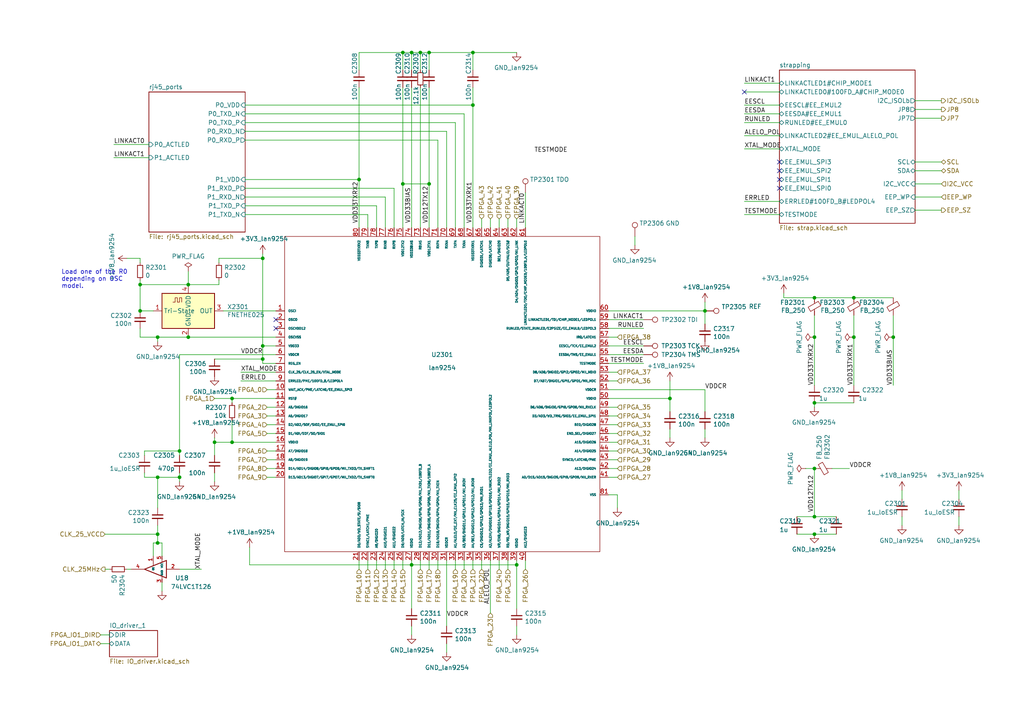
<source format=kicad_sch>
(kicad_sch (version 20230121) (generator eeschema)
  (paper "A4")
  (lib_symbols
    (symbol "Connector:TestPoint" (pin_numbers hide) (pin_names (offset 0.762) hide)
      (property "Reference" "TP" (at 0 6.858 0))
      (property "Value" "TestPoint" (at 0 5.08 0))
      (symbol "TestPoint_0_1"
        (circle (center 0 3.302) (radius 0.762))
      )
      (symbol "TestPoint_1_1"
        (pin passive line (at 0 0 90) (length 2.54) (name "1") (number "1"))
      )
    )
    (symbol "Device:C_Small" (pin_numbers hide) (pin_names (offset 0.254) hide)
      (property "Reference" "C" (at 0.254 1.778 0))
      (property "Value" "C_Small" (at 0.254 -2.032 0))
      (symbol "C_Small_0_1"
        (polyline (pts (xy -1.524 -0.508) (xy 1.524 -0.508)) (stroke (width 0.3302)))
        (polyline (pts (xy -1.524 0.508) (xy 1.524 0.508)) (stroke (width 0.3048)))
      )
      (symbol "C_Small_1_1"
        (pin passive line (at 0 2.54 270) (length 2.032) (name "~") (number "1"))
        (pin passive line (at 0 -2.54 90) (length 2.032) (name "~") (number "2"))
      )
    )
    (symbol "Device:Ferrite_Bead_Small" (pin_numbers hide) (pin_names (offset 0))
      (property "Reference" "FB" (at 1.905 1.27 0))
      (property "Value" "Device_Ferrite_Bead_Small" (at 1.905 -1.27 0))
      (symbol "Ferrite_Bead_Small_0_1"
        (polyline (pts (xy 0 -1.27) (xy 0 -0.7874)))
        (polyline (pts (xy 0 0.889) (xy 0 1.2954)))
        (polyline (pts (xy -1.8288 0.2794) (xy -1.1176 1.4986) (xy 1.8288 -0.2032) (xy 1.1176 -1.4224) (xy -1.8288 0.2794)))
      )
      (symbol "Ferrite_Bead_Small_1_1"
        (pin passive line (at 0 2.54 270) (length 1.27) (name "~") (number "1"))
        (pin passive line (at 0 -2.54 90) (length 1.27) (name "~") (number "2"))
      )
    )
    (symbol "Device:R_Small" (pin_numbers hide) (pin_names (offset 0.254) hide)
      (property "Reference" "R" (at 0.762 0.508 0))
      (property "Value" "R_Small" (at 0.762 -1.016 0))
      (symbol "R_Small_0_1"
        (rectangle (start -0.762 1.778) (end 0.762 -1.778) (stroke (width 0.2032)))
      )
      (symbol "R_Small_1_1"
        (pin passive line (at 0 2.54 270) (length 0.762) (name "~") (number "1"))
        (pin passive line (at 0 -2.54 90) (length 0.762) (name "~") (number "2"))
      )
    )
    (symbol "fmc:74LVC1G126" (pin_names (offset 1.016))
      (property "Reference" "U" (at -7.62 6.604 0))
      (property "Value" "fmc_74LVC1G126" (at 3.556 -4.064 0))
      (symbol "74LVC1G126_0_1"
        (rectangle (start -2.54 -2.032) (end -2.54 -3.048))
        (rectangle (start -2.54 3.048) (end -2.54 2.032))
        (polyline (pts (xy -3.81 2.54) (xy -3.81 -2.54) (xy 2.54 0) (xy -3.81 2.54)) (stroke (width 0.254)))
        (rectangle (start 0 1.778) (end 0 1.016))
      )
      (symbol "74LVC1G126_1_1"
        (pin input line (at 0 3.81 270) (length 2.032) (name "OE") (number "1"))
        (pin input line (at -7.62 0 0) (length 3.81) (name "~") (number "2"))
        (pin power_in line (at -2.54 -3.81 90) (length 0.889) (name "GND") (number "3"))
        (pin tri_state line (at 6.35 0 180) (length 3.81) (name "~") (number "4"))
        (pin power_in line (at -2.54 3.81 270) (length 0.889) (name "VCC") (number "5"))
      )
    )
    (symbol "fmc:FNETHE025"
      (property "Reference" "X" (at -5.08 6.35 0))
      (property "Value" "fmc_FNETHE025" (at 1.27 -6.35 0))
      (symbol "FNETHE025_0_1"
        (rectangle (start -7.62 5.08) (end 7.62 -5.08) (stroke (width 0.254)) (fill (type background)))
        (polyline (pts (xy -4.445 2.54) (xy -3.81 2.54) (xy -3.81 3.81) (xy -3.175 3.81) (xy -3.175 2.54) (xy -2.54 2.54) (xy -2.54 3.81) (xy -1.905 3.81) (xy -1.905 2.54)))
      )
      (symbol "FNETHE025_1_1"
        (pin input line (at -10.16 0 0) (length 2.54) (name "Tri-State") (number "1"))
        (pin power_in line (at 0 -7.62 90) (length 2.54) (name "GND") (number "2"))
        (pin output line (at 10.16 0 180) (length 2.54) (name "OUT") (number "3"))
        (pin power_in line (at 0 7.62 270) (length 2.54) (name "VDD") (number "4"))
      )
    )
    (symbol "fmc:lan9254" (pin_names (offset 1.016))
      (property "Reference" "U" (at 0 2.54 0))
      (property "Value" "fmc_lan9254" (at 0 -2.54 0))
      (symbol "lan9254_0_1"
        (rectangle (start -45.72 45.72) (end 45.72 -45.72))
      )
      (symbol "lan9254_1_1"
        (pin input line (at -48.26 24.13 0) (length 2.54) (name "OSCI") (number "1"))
        (pin bidirectional line (at -48.26 1.27 0) (length 2.54) (name "WAIT_ACK/PME/LATCH0/EE_EMUL_SPI3") (number "10"))
        (pin input line (at -48.26 -1.27 0) (length 2.54) (name "RST#") (number "11"))
        (pin bidirectional line (at -48.26 -3.81 0) (length 2.54) (name "A5/DIGIO16") (number "12"))
        (pin bidirectional line (at -48.26 -6.35 0) (length 2.54) (name "A6/DIGIO17") (number "13"))
        (pin bidirectional line (at -48.26 -8.89 0) (length 2.54) (name "D2/AD2/SOF/SIO2/EE_EMUL_SPI0") (number "14"))
        (pin bidirectional line (at -48.26 -11.43 0) (length 2.54) (name "D1/ADI/EOF/SO/SIO1") (number "15"))
        (pin power_in line (at -48.26 -13.97 0) (length 2.54) (name "VDDIO") (number "16"))
        (pin bidirectional line (at -48.26 -16.51 0) (length 2.54) (name "A7/DIGIO18") (number "17"))
        (pin bidirectional line (at -48.26 -19.05 0) (length 2.54) (name "A8/DIGIO19") (number "18"))
        (pin bidirectional line (at -48.26 -21.59 0) (length 2.54) (name "D14/AD14/DIGIO8/GPI8/GPO8/MII_TXD3/TX_SHIFT1") (number "19"))
        (pin output line (at -48.26 21.59 0) (length 2.54) (name "OSCO") (number "2"))
        (pin bidirectional line (at -48.26 -24.13 0) (length 2.54) (name "D13/AD13/DIGIO7/GPI7/GPO7/MII_TXD2/TX_SHIFT0") (number "20"))
        (pin bidirectional line (at -24.13 -48.26 90) (length 2.54) (name "D0/AD0/WD_STATE/SI/SIO0") (number "21"))
        (pin bidirectional line (at -21.59 -48.26 90) (length 2.54) (name "SYNC1/LATCH1/PME") (number "22"))
        (pin bidirectional line (at -19.05 -48.26 90) (length 2.54) (name "A9/DIGIO20") (number "23"))
        (pin bidirectional line (at -16.51 -48.26 90) (length 2.54) (name "A10/DIGIO21") (number "24"))
        (pin bidirectional line (at -13.97 -48.26 90) (length 2.54) (name "A11/DIGIO22") (number "25"))
        (pin bidirectional line (at -11.43 -48.26 90) (length 2.54) (name "D9/AD9/LATCH_IN/SCK") (number "26"))
        (pin power_in line (at -8.89 -48.26 90) (length 2.54) (name "VDDIO") (number "27"))
        (pin bidirectional line (at -6.35 -48.26 90) (length 2.54) (name "D12/AD12/DIGIO6/GPI6/GPO6/MII_TXD1/100FD_B") (number "28"))
        (pin bidirectional line (at -3.81 -48.26 90) (length 2.54) (name "D11/AD11/DIGIO5/GPI5/GPO5/MII_TXD0/100FD_A") (number "29"))
        (pin power_out line (at -48.26 19.05 0) (length 2.54) (name "OSCVDD12") (number "3"))
        (pin bidirectional line (at -1.27 -48.26 90) (length 2.54) (name "D10/AD10/DIGIO4/GPI4/GPO4/MII_TXEN") (number "30"))
        (pin power_in line (at 1.27 -48.26 90) (length 2.54) (name "VDDCR") (number "31"))
        (pin bidirectional line (at 3.81 -48.26 90) (length 2.54) (name "A1/ALELO/OE_EXT/MII_CLK25/EE_EMUL_SPI2") (number "32"))
        (pin bidirectional line (at 6.35 -48.26 90) (length 2.54) (name "A3/BE0/DIGIO11/GPI11/GPO11/MII_RXDV") (number "33"))
        (pin bidirectional line (at 8.89 -48.26 90) (length 2.54) (name "A4/BE1/DIGIO12/GPI12/GPO12/MII_RXD0") (number "34"))
        (pin bidirectional line (at 11.43 -48.26 90) (length 2.54) (name "CS/DIGIO13/GPI13/GPO13/MII_RXD1") (number "35"))
        (pin bidirectional line (at 13.97 -48.26 90) (length 2.54) (name "A2/ALEHI/DIGIO10/GPI10/GPO10/LINKACTLED2/EE_EMUL_ALELO_POL/MII_LINKPOL/LEDPOL2") (number "36"))
        (pin bidirectional line (at 16.51 -48.26 90) (length 2.54) (name "WR/ENB/DIGIO14/GPI14/GPO14/MII_RXD2") (number "37"))
        (pin bidirectional line (at 19.05 -48.26 90) (length 2.54) (name "RD/RD_WR/DIGIO15/GPI15/GPO15/MII_RXD3") (number "38"))
        (pin power_in line (at 21.59 -48.26 90) (length 2.54) (name "VDDIO") (number "39"))
        (pin power_in line (at -48.26 16.51 0) (length 2.54) (name "OSCVSS") (number "4"))
        (pin bidirectional line (at 24.13 -48.26 90) (length 2.54) (name "A12/DIGIO23") (number "40"))
        (pin bidirectional line (at 48.26 -24.13 180) (length 2.54) (name "A0/D15/AD15/DIGIO9/GPI9/GPO9/MII_RXER") (number "41"))
        (pin bidirectional line (at 48.26 -21.59 180) (length 2.54) (name "A13/DIGIO24") (number "42"))
        (pin bidirectional line (at 48.26 -19.05 180) (length 2.54) (name "SYNC0/LATCH0/PME") (number "43"))
        (pin bidirectional line (at 48.26 -16.51 180) (length 2.54) (name "A14/DIGIO25") (number "44"))
        (pin bidirectional line (at 48.26 -13.97 180) (length 2.54) (name "A15/DIGIO26") (number "45"))
        (pin bidirectional line (at 48.26 -11.43 180) (length 2.54) (name "END_SEL/DIGIO27") (number "46"))
        (pin bidirectional line (at 48.26 -8.89 180) (length 2.54) (name "BE0/DIGIO28") (number "47"))
        (pin bidirectional line (at 48.26 -6.35 180) (length 2.54) (name "D3/AD3/WD_TRIG/SIO3/EE_EMUL_SPI1") (number "48"))
        (pin bidirectional line (at 48.26 -3.81 180) (length 2.54) (name "D6/AD6/DIGIO0/GPI0/GPO0/MII_RXCLK") (number "49"))
        (pin power_in line (at -48.26 13.97 0) (length 2.54) (name "VDD33") (number "5"))
        (pin power_in line (at 48.26 -1.27 180) (length 2.54) (name "VDDIO") (number "50"))
        (pin power_in line (at 48.26 1.27 180) (length 2.54) (name "VDDCR") (number "51"))
        (pin bidirectional line (at 48.26 3.81 180) (length 2.54) (name "D7/AD7/DIGIO1/GPI1/GPO1/MII_MDC") (number "52"))
        (pin bidirectional line (at 48.26 6.35 180) (length 2.54) (name "D8/AD8/DIGIO2/GPI2/GPO2/MII_MDIO") (number "53"))
        (pin input line (at 48.26 8.89 180) (length 2.54) (name "TESTMODE") (number "54"))
        (pin bidirectional line (at 48.26 11.43 180) (length 2.54) (name "EESDA/TMS/EE_EMUL1") (number "55"))
        (pin bidirectional line (at 48.26 13.97 180) (length 2.54) (name "EESCL/TCK/EE_EMUL2") (number "56"))
        (pin bidirectional line (at 48.26 16.51 180) (length 2.54) (name "IRQ/LATCH1") (number "57"))
        (pin bidirectional line (at 48.26 19.05 180) (length 2.54) (name "RUNLED/STATE_RUNLED/E2PSIZE/EE_EMUL0/LEDPOL3") (number "58"))
        (pin bidirectional line (at 48.26 21.59 180) (length 2.54) (name "LINKACTLED1/TDI/CHIP_MODE1/LEDPOL1") (number "59"))
        (pin power_out line (at -48.26 11.43 0) (length 2.54) (name "VDDCR") (number "6"))
        (pin power_in line (at 48.26 24.13 180) (length 2.54) (name "VDDIO") (number "60"))
        (pin bidirectional line (at 24.13 48.26 270) (length 2.54) (name "LINKACTLED0/TDO/CHIP_MODE0/100FD_A/LEDPOL0") (number "61"))
        (pin bidirectional line (at 21.59 48.26 270) (length 2.54) (name "D4/AD4/DIGIO3/GPI3/GPO3/MII_LINK") (number "62"))
        (pin bidirectional line (at 19.05 48.26 270) (length 2.54) (name "D5/AD5/OUTVALID/SCS#") (number "63"))
        (pin bidirectional line (at 16.51 48.26 270) (length 2.54) (name "BE1/DIGIO29") (number "64"))
        (pin bidirectional line (at 13.97 48.26 270) (length 2.54) (name "DIGIO30/LATCH0") (number "65"))
        (pin bidirectional line (at 11.43 48.26 270) (length 2.54) (name "DIGIO31/LATCH1") (number "66"))
        (pin power_in line (at 8.89 48.26 270) (length 2.54) (name "VDD33TXRX1") (number "67"))
        (pin output line (at 6.35 48.26 270) (length 2.54) (name "TXNA") (number "68"))
        (pin output line (at 3.81 48.26 270) (length 2.54) (name "TXPA") (number "69"))
        (pin input line (at -48.26 8.89 0) (length 2.54) (name "REG_EN") (number "7"))
        (pin input line (at 1.27 48.26 270) (length 2.54) (name "RXNA") (number "70"))
        (pin input line (at -1.27 48.26 270) (length 2.54) (name "RXPA") (number "71"))
        (pin power_in line (at -3.81 48.26 270) (length 2.54) (name "VDD12TX1") (number "72"))
        (pin input line (at -6.35 48.26 270) (length 2.54) (name "RBIAS") (number "73"))
        (pin power_in line (at -8.89 48.26 270) (length 2.54) (name "VDD33BIAS") (number "74"))
        (pin power_in line (at -11.43 48.26 270) (length 2.54) (name "VDD12TX2") (number "75"))
        (pin input line (at -13.97 48.26 270) (length 2.54) (name "RXPB") (number "76"))
        (pin input line (at -16.51 48.26 270) (length 2.54) (name "RXNB") (number "77"))
        (pin output line (at -19.05 48.26 270) (length 2.54) (name "TXPB") (number "78"))
        (pin output line (at -21.59 48.26 270) (length 2.54) (name "TXNB") (number "79"))
        (pin bidirectional line (at -48.26 6.35 0) (length 2.54) (name "CLK_25/CLK_25_EN/XTAL_MODE") (number "8"))
        (pin power_in line (at -24.13 48.26 270) (length 2.54) (name "VDD33TXRX2") (number "80"))
        (pin power_in line (at 48.26 -29.21 180) (length 2.54) (name "VSS") (number "81"))
        (pin bidirectional line (at -48.26 3.81 0) (length 2.54) (name "ERRLED/PME/100FD_B/LEDPOL4") (number "9"))
      )
    )
    (symbol "lan9254_project:+1V8" (power) (pin_names (offset 0))
      (property "Value" "+1V8" (at 0 3.556 0))
      (symbol "+1V8_0_1"
        (polyline (pts (xy -0.762 1.27) (xy 0 2.54)))
        (polyline (pts (xy 0 0) (xy 0 2.54)))
        (polyline (pts (xy 0 2.54) (xy 0.762 1.27)))
      )
      (symbol "+1V8_1_1"
        (pin power_in line (at 0 0 90) (length 0) hide (name "+1V8_lan9254") (number "1"))
      )
    )
    (symbol "lan9254_project:+3V3" (power) (pin_names (offset 0))
      (property "Value" "+3V3" (at 0 3.556 0))
      (symbol "+3V3_0_1"
        (polyline (pts (xy -0.762 1.27) (xy 0 2.54)))
        (polyline (pts (xy 0 0) (xy 0 2.54)))
        (polyline (pts (xy 0 2.54) (xy 0.762 1.27)))
      )
      (symbol "+3V3_1_1"
        (pin power_in line (at 0 0 90) (length 0) hide (name "+3V3_lan9254") (number "1"))
      )
    )
    (symbol "lan9254_project:GND" (power) (pin_names (offset 0))
      (property "Value" "GND" (at 0 -3.81 0))
      (symbol "GND_0_1"
        (polyline (pts (xy 0 0) (xy 0 -1.27) (xy 1.27 -1.27) (xy 0 -2.54) (xy -1.27 -1.27) (xy 0 -1.27)))
      )
      (symbol "GND_1_1"
        (pin power_in line (at 0 0 270) (length 0) hide (name "GND_lan9254") (number "1"))
      )
    )
    (symbol "power:PWR_FLAG" (power) (pin_numbers hide) (pin_names (offset 0) hide)
      (property "Value" "PWR_FLAG" (at 0 3.81 0))
      (symbol "PWR_FLAG_0_0"
        (pin power_out line (at 0 0 90) (length 0) (name "pwr") (number "1"))
      )
      (symbol "PWR_FLAG_0_1"
        (polyline (pts (xy 0 0) (xy 0 1.27) (xy -1.016 1.905) (xy 0 2.54) (xy 1.016 1.905) (xy 0 1.27)))
      )
    )
  )
  (junction (at 137.16 30.48))
  (junction (at 204.47 90.17))
  (junction (at 236.22 154.94))
  (junction (at 52.07 130.81))
  (junction (at 236.22 135.89))
  (junction (at 236.22 149.86))
  (junction (at 45.72 157.48))
  (junction (at 116.84 15.24))
  (junction (at 104.14 52.07))
  (junction (at 76.2 104.14))
  (junction (at 67.31 115.57))
  (junction (at 124.46 53.34))
  (junction (at 52.07 138.43))
  (junction (at 40.64 82.55))
  (junction (at 121.92 15.24))
  (junction (at 40.64 90.17))
  (junction (at 62.23 128.27))
  (junction (at 247.65 86.36))
  (junction (at 236.22 86.36))
  (junction (at 119.38 163.83))
  (junction (at 259.08 97.79))
  (junction (at 137.16 15.24))
  (junction (at 54.61 97.79))
  (junction (at 45.72 97.79))
  (junction (at 45.72 138.43))
  (junction (at 236.22 116.84))
  (junction (at 67.31 128.27))
  (junction (at 247.65 97.79))
  (junction (at 194.31 115.57))
  (junction (at 54.61 82.55))
  (junction (at 76.2 100.33))
  (junction (at 236.22 97.79))
  (junction (at 45.72 154.94))
  (junction (at 76.2 74.93))
  (junction (at 149.86 163.83))
  (junction (at 116.84 53.34))
  (junction (at 119.38 15.24))
  (junction (at 124.46 15.24))
  (no_connect (at 226.06 52.07))
  (no_connect (at 226.06 49.53))
  (no_connect (at 226.06 54.61))
  (no_connect (at 226.06 46.99))
  (no_connect (at 80.01 95.25))
  (no_connect (at 80.01 92.71))
  (no_connect (at 215.9 26.67))
  (wire (pts (xy 80.01 128.27) (xy 67.31 128.27)))
  (wire (pts (xy 71.12 52.07) (xy 104.14 52.07)))
  (wire (pts (xy 149.86 162.56) (xy 149.86 163.83)))
  (wire (pts (xy 77.47 125.73) (xy 80.01 125.73)))
  (wire (pts (xy 132.08 35.56) (xy 132.08 66.04)))
  (wire (pts (xy 45.72 154.94) (xy 45.72 157.48)))
  (wire (pts (xy 149.86 163.83) (xy 149.86 176.53)))
  (wire (pts (xy 63.5 81.28) (xy 63.5 82.55)))
  (wire (pts (xy 215.9 24.13) (xy 226.06 24.13)))
  (wire (pts (xy 278.13 142.24) (xy 278.13 144.78)))
  (wire (pts (xy 227.33 86.36) (xy 236.22 86.36)))
  (wire (pts (xy 63.5 74.93) (xy 76.2 74.93)))
  (wire (pts (xy 52.07 102.87) (xy 80.01 102.87)))
  (wire (pts (xy 77.47 118.11) (xy 80.01 118.11)))
  (wire (pts (xy 80.01 110.49) (xy 69.85 110.49)))
  (wire (pts (xy 259.08 91.44) (xy 259.08 97.79)))
  (wire (pts (xy 64.77 90.17) (xy 80.01 90.17)))
  (wire (pts (xy 134.62 33.02) (xy 134.62 66.04)))
  (wire (pts (xy 76.2 100.33) (xy 76.2 74.93)))
  (wire (pts (xy 139.7 63.5) (xy 139.7 66.04)))
  (wire (pts (xy 179.07 118.11) (xy 176.53 118.11)))
  (wire (pts (xy 119.38 163.83) (xy 149.86 163.83)))
  (wire (pts (xy 124.46 165.1) (xy 124.46 162.56)))
  (wire (pts (xy 62.23 104.14) (xy 76.2 104.14)))
  (wire (pts (xy 261.62 142.24) (xy 261.62 144.78)))
  (wire (pts (xy 204.47 124.46) (xy 204.47 127)))
  (wire (pts (xy 194.31 115.57) (xy 194.31 119.38)))
  (wire (pts (xy 72.39 163.83) (xy 119.38 163.83)))
  (wire (pts (xy 273.05 60.96) (xy 265.43 60.96)))
  (wire (pts (xy 273.05 53.34) (xy 265.43 53.34)))
  (wire (pts (xy 30.48 165.1) (xy 31.75 165.1)))
  (wire (pts (xy 179.07 135.89) (xy 176.53 135.89)))
  (wire (pts (xy 71.12 57.15) (xy 111.76 57.15)))
  (wire (pts (xy 104.14 15.24) (xy 104.14 20.32)))
  (wire (pts (xy 44.45 157.48) (xy 45.72 157.48)))
  (wire (pts (xy 104.14 25.4) (xy 104.14 52.07)))
  (wire (pts (xy 109.22 59.69) (xy 109.22 66.04)))
  (wire (pts (xy 204.47 113.03) (xy 204.47 119.38)))
  (wire (pts (xy 124.46 20.32) (xy 124.46 15.24)))
  (wire (pts (xy 261.62 149.86) (xy 261.62 152.4)))
  (wire (pts (xy 54.61 78.74) (xy 54.61 82.55)))
  (wire (pts (xy 179.07 130.81) (xy 176.53 130.81)))
  (wire (pts (xy 204.47 87.63) (xy 204.47 90.17)))
  (wire (pts (xy 80.01 105.41) (xy 76.2 105.41)))
  (wire (pts (xy 77.47 113.03) (xy 80.01 113.03)))
  (wire (pts (xy 194.31 124.46) (xy 194.31 127)))
  (wire (pts (xy 45.72 157.48) (xy 46.99 157.48)))
  (wire (pts (xy 176.53 102.87) (xy 186.69 102.87)))
  (wire (pts (xy 129.54 186.69) (xy 129.54 189.23)))
  (wire (pts (xy 76.2 105.41) (xy 76.2 104.14)))
  (wire (pts (xy 149.86 181.61) (xy 149.86 184.15)))
  (wire (pts (xy 132.08 165.1) (xy 132.08 162.56)))
  (wire (pts (xy 179.07 125.73) (xy 176.53 125.73)))
  (wire (pts (xy 41.91 130.81) (xy 52.07 130.81)))
  (wire (pts (xy 176.53 113.03) (xy 204.47 113.03)))
  (wire (pts (xy 241.3 135.89) (xy 246.38 135.89)))
  (wire (pts (xy 176.53 105.41) (xy 186.69 105.41)))
  (wire (pts (xy 129.54 38.1) (xy 129.54 66.04)))
  (wire (pts (xy 236.22 91.44) (xy 236.22 97.79)))
  (wire (pts (xy 152.4 165.1) (xy 152.4 162.56)))
  (wire (pts (xy 62.23 137.16) (xy 62.23 139.7)))
  (wire (pts (xy 71.12 59.69) (xy 109.22 59.69)))
  (wire (pts (xy 265.43 31.75) (xy 273.05 31.75)))
  (wire (pts (xy 106.68 62.23) (xy 106.68 66.04)))
  (wire (pts (xy 233.68 135.89) (xy 236.22 135.89)))
  (wire (pts (xy 144.78 63.5) (xy 144.78 66.04)))
  (wire (pts (xy 52.07 137.16) (xy 52.07 138.43)))
  (wire (pts (xy 144.78 165.1) (xy 144.78 162.56)))
  (wire (pts (xy 71.12 38.1) (xy 129.54 38.1)))
  (wire (pts (xy 176.53 90.17) (xy 204.47 90.17)))
  (wire (pts (xy 152.4 66.04) (xy 152.4 55.88)))
  (wire (pts (xy 176.53 115.57) (xy 194.31 115.57)))
  (wire (pts (xy 43.18 41.91) (xy 33.02 41.91)))
  (wire (pts (xy 52.07 130.81) (xy 52.07 132.08)))
  (wire (pts (xy 231.14 149.86) (xy 236.22 149.86)))
  (wire (pts (xy 194.31 115.57) (xy 194.31 110.49)))
  (wire (pts (xy 111.76 165.1) (xy 111.76 162.56)))
  (wire (pts (xy 147.32 165.1) (xy 147.32 162.56)))
  (wire (pts (xy 226.06 58.42) (xy 215.9 58.42)))
  (wire (pts (xy 80.01 107.95) (xy 69.85 107.95)))
  (wire (pts (xy 71.12 54.61) (xy 114.3 54.61)))
  (wire (pts (xy 278.13 149.86) (xy 278.13 152.4)))
  (wire (pts (xy 77.47 135.89) (xy 80.01 135.89)))
  (wire (pts (xy 29.21 186.69) (xy 31.75 186.69)))
  (wire (pts (xy 179.07 133.35) (xy 176.53 133.35)))
  (wire (pts (xy 104.14 165.1) (xy 104.14 162.56)))
  (wire (pts (xy 119.38 20.32) (xy 119.38 15.24)))
  (wire (pts (xy 119.38 162.56) (xy 119.38 163.83)))
  (wire (pts (xy 30.48 154.94) (xy 45.72 154.94)))
  (wire (pts (xy 63.5 74.93) (xy 63.5 76.2)))
  (wire (pts (xy 71.12 62.23) (xy 106.68 62.23)))
  (wire (pts (xy 236.22 135.89) (xy 236.22 149.86)))
  (wire (pts (xy 124.46 15.24) (xy 137.16 15.24)))
  (wire (pts (xy 45.72 138.43) (xy 52.07 138.43)))
  (wire (pts (xy 226.06 26.67) (xy 215.9 26.67)))
  (wire (pts (xy 40.64 74.93) (xy 40.64 76.2)))
  (wire (pts (xy 265.43 34.29) (xy 273.05 34.29)))
  (wire (pts (xy 76.2 100.33) (xy 80.01 100.33)))
  (wire (pts (xy 226.06 33.02) (xy 215.9 33.02)))
  (wire (pts (xy 127 66.04) (xy 127 40.64)))
  (wire (pts (xy 116.84 53.34) (xy 116.84 66.04)))
  (wire (pts (xy 179.07 97.79) (xy 176.53 97.79)))
  (wire (pts (xy 265.43 46.99) (xy 273.05 46.99)))
  (wire (pts (xy 137.16 15.24) (xy 149.86 15.24)))
  (wire (pts (xy 71.12 35.56) (xy 132.08 35.56)))
  (wire (pts (xy 236.22 97.79) (xy 236.22 111.76)))
  (wire (pts (xy 226.06 35.56) (xy 215.9 35.56)))
  (wire (pts (xy 236.22 118.11) (xy 236.22 116.84)))
  (wire (pts (xy 121.92 25.4) (xy 121.92 66.04)))
  (wire (pts (xy 77.47 120.65) (xy 80.01 120.65)))
  (wire (pts (xy 40.64 90.17) (xy 40.64 82.55)))
  (wire (pts (xy 54.61 82.55) (xy 63.5 82.55)))
  (wire (pts (xy 247.65 91.44) (xy 247.65 97.79)))
  (wire (pts (xy 147.32 63.5) (xy 147.32 66.04)))
  (wire (pts (xy 36.83 165.1) (xy 38.1 165.1)))
  (wire (pts (xy 226.06 39.37) (xy 215.9 39.37)))
  (wire (pts (xy 265.43 57.15) (xy 273.05 57.15)))
  (wire (pts (xy 127 165.1) (xy 127 162.56)))
  (wire (pts (xy 67.31 128.27) (xy 62.23 128.27)))
  (wire (pts (xy 106.68 165.1) (xy 106.68 162.56)))
  (wire (pts (xy 77.47 133.35) (xy 80.01 133.35)))
  (wire (pts (xy 179.07 110.49) (xy 176.53 110.49)))
  (wire (pts (xy 265.43 29.21) (xy 273.05 29.21)))
  (wire (pts (xy 45.72 152.4) (xy 45.72 154.94)))
  (wire (pts (xy 40.64 82.55) (xy 54.61 82.55)))
  (wire (pts (xy 204.47 90.17) (xy 204.47 93.98)))
  (wire (pts (xy 226.06 62.23) (xy 215.9 62.23)))
  (wire (pts (xy 137.16 20.32) (xy 137.16 15.24)))
  (wire (pts (xy 114.3 54.61) (xy 114.3 66.04)))
  (wire (pts (xy 179.07 123.19) (xy 176.53 123.19)))
  (wire (pts (xy 186.69 92.71) (xy 176.53 92.71)))
  (wire (pts (xy 52.07 102.87) (xy 52.07 130.81)))
  (wire (pts (xy 179.07 107.95) (xy 176.53 107.95)))
  (wire (pts (xy 236.22 149.86) (xy 242.57 149.86)))
  (wire (pts (xy 72.39 158.75) (xy 72.39 163.83)))
  (wire (pts (xy 29.21 184.15) (xy 31.75 184.15)))
  (wire (pts (xy 119.38 181.61) (xy 119.38 184.15)))
  (wire (pts (xy 119.38 25.4) (xy 119.38 66.04)))
  (wire (pts (xy 121.92 15.24) (xy 124.46 15.24)))
  (wire (pts (xy 46.99 168.91) (xy 46.99 171.45)))
  (wire (pts (xy 179.07 138.43) (xy 176.53 138.43)))
  (wire (pts (xy 124.46 25.4) (xy 124.46 53.34)))
  (wire (pts (xy 41.91 137.16) (xy 41.91 138.43)))
  (wire (pts (xy 62.23 128.27) (xy 62.23 132.08)))
  (wire (pts (xy 236.22 154.94) (xy 242.57 154.94)))
  (wire (pts (xy 137.16 25.4) (xy 137.16 30.48)))
  (wire (pts (xy 71.12 30.48) (xy 137.16 30.48)))
  (wire (pts (xy 67.31 121.92) (xy 67.31 128.27)))
  (wire (pts (xy 67.31 115.57) (xy 80.01 115.57)))
  (wire (pts (xy 149.86 63.5) (xy 149.86 66.04)))
  (wire (pts (xy 45.72 99.06) (xy 45.72 97.79)))
  (wire (pts (xy 247.65 86.36) (xy 259.08 86.36)))
  (wire (pts (xy 179.07 128.27) (xy 176.53 128.27)))
  (wire (pts (xy 137.16 30.48) (xy 137.16 66.04)))
  (wire (pts (xy 142.24 162.56) (xy 142.24 177.8)))
  (wire (pts (xy 127 40.64) (xy 71.12 40.64)))
  (wire (pts (xy 116.84 165.1) (xy 116.84 162.56)))
  (wire (pts (xy 40.64 97.79) (xy 45.72 97.79)))
  (wire (pts (xy 77.47 123.19) (xy 80.01 123.19)))
  (wire (pts (xy 52.07 165.1) (xy 58.42 165.1)))
  (wire (pts (xy 124.46 53.34) (xy 124.46 66.04)))
  (wire (pts (xy 121.92 20.32) (xy 121.92 15.24)))
  (wire (pts (xy 184.15 68.58) (xy 184.15 71.12)))
  (wire (pts (xy 179.07 120.65) (xy 176.53 120.65)))
  (wire (pts (xy 76.2 104.14) (xy 76.2 100.33)))
  (wire (pts (xy 119.38 15.24) (xy 121.92 15.24)))
  (wire (pts (xy 176.53 143.51) (xy 179.07 143.51)))
  (wire (pts (xy 236.22 86.36) (xy 247.65 86.36)))
  (wire (pts (xy 139.7 165.1) (xy 139.7 162.56)))
  (wire (pts (xy 45.72 147.32) (xy 45.72 138.43)))
  (wire (pts (xy 176.53 100.33) (xy 186.69 100.33)))
  (wire (pts (xy 62.23 115.57) (xy 67.31 115.57)))
  (wire (pts (xy 227.33 85.09) (xy 227.33 86.36)))
  (wire (pts (xy 111.76 57.15) (xy 111.76 66.04)))
  (wire (pts (xy 116.84 20.32) (xy 116.84 15.24)))
  (wire (pts (xy 109.22 165.1) (xy 109.22 162.56)))
  (wire (pts (xy 67.31 116.84) (xy 67.31 115.57)))
  (wire (pts (xy 226.06 43.18) (xy 215.9 43.18)))
  (wire (pts (xy 137.16 165.1) (xy 137.16 162.56)))
  (wire (pts (xy 116.84 53.34) (xy 124.46 53.34)))
  (wire (pts (xy 119.38 163.83) (xy 119.38 176.53)))
  (wire (pts (xy 77.47 130.81) (xy 80.01 130.81)))
  (wire (pts (xy 40.64 81.28) (xy 40.64 82.55)))
  (wire (pts (xy 54.61 97.79) (xy 80.01 97.79)))
  (wire (pts (xy 76.2 74.93) (xy 76.2 73.66)))
  (wire (pts (xy 247.65 97.79) (xy 247.65 111.76)))
  (wire (pts (xy 41.91 132.08) (xy 41.91 130.81)))
  (wire (pts (xy 265.43 49.53) (xy 273.05 49.53)))
  (wire (pts (xy 44.45 90.17) (xy 40.64 90.17)))
  (wire (pts (xy 46.99 157.48) (xy 46.99 161.29)))
  (wire (pts (xy 226.06 30.48) (xy 215.9 30.48)))
  (wire (pts (xy 104.14 15.24) (xy 116.84 15.24)))
  (wire (pts (xy 134.62 165.1) (xy 134.62 162.56)))
  (wire (pts (xy 176.53 95.25) (xy 186.69 95.25)))
  (wire (pts (xy 179.07 143.51) (xy 179.07 147.32)))
  (wire (pts (xy 40.64 95.25) (xy 40.64 97.79)))
  (wire (pts (xy 236.22 116.84) (xy 247.65 116.84)))
  (wire (pts (xy 114.3 165.1) (xy 114.3 162.56)))
  (wire (pts (xy 129.54 162.56) (xy 129.54 181.61)))
  (wire (pts (xy 45.72 97.79) (xy 54.61 97.79)))
  (wire (pts (xy 142.24 63.5) (xy 142.24 66.04)))
  (wire (pts (xy 71.12 33.02) (xy 134.62 33.02)))
  (wire (pts (xy 33.02 45.72) (xy 43.18 45.72)))
  (wire (pts (xy 231.14 154.94) (xy 236.22 154.94)))
  (wire (pts (xy 104.14 66.04) (xy 104.14 52.07)))
  (wire (pts (xy 77.47 138.43) (xy 80.01 138.43)))
  (wire (pts (xy 259.08 97.79) (xy 259.08 111.76)))
  (wire (pts (xy 62.23 127) (xy 62.23 128.27)))
  (wire (pts (xy 41.91 138.43) (xy 45.72 138.43)))
  (wire (pts (xy 36.83 74.93) (xy 40.64 74.93)))
  (wire (pts (xy 121.92 165.1) (xy 121.92 162.56)))
  (wire (pts (xy 116.84 15.24) (xy 119.38 15.24)))
  (wire (pts (xy 52.07 138.43) (xy 52.07 139.7)))
  (wire (pts (xy 116.84 25.4) (xy 116.84 53.34)))
  (wire (pts (xy 44.45 161.29) (xy 44.45 157.48)))
  (text "Load one of the R0\ndepending on OSC\nmodel." (at 17.78 83.82 0) (effects (font (size 1.27 1.27)) (justify left bottom)))
  (label "VDD33BIAS" (at 259.08 111.76 90))
  (label "EESCL" (at 215.9 30.48 0))
  (label "VDD12TX12" (at 124.46 64.77 90))
  (label "VDD33TXRX1" (at 137.16 64.77 90))
  (label "ALELO_POL" (at 142.24 175.26 90))
  (label "VDD33TXRX1" (at 247.65 111.76 90))
  (label "XTAL_MODE" (at 58.42 165.1 90))
  (label "EESCL" (at 186.69 100.33 180))
  (label "VDDCR" (at 246.38 135.89 0))
  (label "LINKACT0" (at 33.02 41.91 0))
  (label "VDDCR" (at 129.54 179.07 0))
  (label "TESTMODE" (at 154.94 44.45 0))
  (label "TESTMODE" (at 186.69 105.41 180))
  (label "ERRLED" (at 215.9 58.42 0))
  (label "ALELO_POL" (at 215.9 39.37 0))
  (label "TESTMODE" (at 215.9 62.23 0))
  (label "XTAL_MODE" (at 69.85 107.95 0))
  (label "VDDCR" (at 69.85 102.87 0))
  (label "XTAL_MODE" (at 215.9 43.18 0))
  (label "VDD33TXRX2" (at 104.14 64.77 90))
  (label "VDD12TX12" (at 236.22 148.59 90))
  (label "EESDA" (at 186.69 102.87 180))
  (label "LINKACT1" (at 215.9 24.13 0))
  (label "EESDA" (at 215.9 33.02 0))
  (label "RUNLED" (at 215.9 35.56 0))
  (label "VDDCR" (at 204.47 113.03 0))
  (label "ERRLED" (at 69.85 110.49 0))
  (label "LINKACT0" (at 152.4 55.88 270))
  (label "VDD33TXRX2" (at 236.22 111.76 90))
  (label "LINKACT1" (at 33.02 45.72 0))
  (label "LINKACT1" (at 186.69 92.71 180))
  (label "RUNLED" (at 186.69 95.25 180))
  (label "VDD33BIAS" (at 119.38 64.77 90))
  (hierarchical_label "FPGA_28" (shape input) (at 179.07 135.89 0))
  (hierarchical_label "FPGA_IO1_DIR" (shape input) (at 29.21 184.15 180))
  (hierarchical_label "FPGA_40" (shape input) (at 147.32 63.5 90))
  (hierarchical_label "FPGA_18" (shape input) (at 127 165.1 270))
  (hierarchical_label "FPGA_11" (shape input) (at 106.68 165.1 270))
  (hierarchical_label "FPGA_27" (shape input) (at 179.07 138.43 0))
  (hierarchical_label "FPGA_6" (shape input) (at 77.47 130.81 180))
  (hierarchical_label "JP7" (shape output) (at 273.05 34.29 0))
  (hierarchical_label "FPGA_33" (shape input) (at 179.07 123.19 0))
  (hierarchical_label "FPGA_34" (shape input) (at 179.07 120.65 0))
  (hierarchical_label "FPGA_0" (shape input) (at 77.47 113.03 180))
  (hierarchical_label "FPGA_IO1_DAT" (shape bidirectional) (at 29.21 186.69 180))
  (hierarchical_label "FPGA_23" (shape input) (at 142.24 177.8 270))
  (hierarchical_label "FPGA_1" (shape input) (at 62.23 115.57 180))
  (hierarchical_label "FPGA_42" (shape input) (at 142.24 63.5 90))
  (hierarchical_label "FPGA_25" (shape input) (at 147.32 165.1 270))
  (hierarchical_label "EEP_WP" (shape input) (at 273.05 57.15 0))
  (hierarchical_label "FPGA_22" (shape input) (at 139.7 165.1 270))
  (hierarchical_label "CLK_25MHz" (shape output) (at 30.48 165.1 180))
  (hierarchical_label "FPGA_32" (shape input) (at 179.07 125.73 0))
  (hierarchical_label "FPGA_3" (shape input) (at 77.47 120.65 180))
  (hierarchical_label "FPGA_30" (shape input) (at 179.07 130.81 0))
  (hierarchical_label "EEP_SZ" (shape output) (at 273.05 60.96 0))
  (hierarchical_label "FPGA_41" (shape input) (at 144.78 63.5 90))
  (hierarchical_label "FPGA_37" (shape input) (at 179.07 107.95 0))
  (hierarchical_label "FPGA_14" (shape input) (at 114.3 165.1 270))
  (hierarchical_label "FPGA_21" (shape input) (at 137.16 165.1 270))
  (hierarchical_label "FPGA_19" (shape input) (at 132.08 165.1 270))
  (hierarchical_label "FPGA_16" (shape input) (at 121.92 165.1 270))
  (hierarchical_label "FPGA_15" (shape input) (at 116.84 165.1 270))
  (hierarchical_label "I2C_ISOLb" (shape output) (at 273.05 29.21 0))
  (hierarchical_label "FPGA_12" (shape input) (at 109.22 165.1 270))
  (hierarchical_label "FPGA_7" (shape input) (at 77.47 133.35 180))
  (hierarchical_label "FPGA_43" (shape input) (at 139.7 63.5 90))
  (hierarchical_label "FPGA_4" (shape input) (at 77.47 123.19 180))
  (hierarchical_label "FPGA_29" (shape input) (at 179.07 133.35 0))
  (hierarchical_label "FPGA_31" (shape input) (at 179.07 128.27 0))
  (hierarchical_label "FPGA_13" (shape input) (at 111.76 165.1 270))
  (hierarchical_label "FPGA_38" (shape input) (at 179.07 97.79 0))
  (hierarchical_label "FPGA_26" (shape input) (at 152.4 165.1 270))
  (hierarchical_label "FPGA_2" (shape input) (at 77.47 118.11 180))
  (hierarchical_label "FPGA_20" (shape input) (at 134.62 165.1 270))
  (hierarchical_label "SCL" (shape bidirectional) (at 273.05 46.99 0))
  (hierarchical_label "I2C_VCC" (shape input) (at 273.05 53.34 0))
  (hierarchical_label "SDA" (shape bidirectional) (at 273.05 49.53 0))
  (hierarchical_label "FPGA_17" (shape input) (at 124.46 165.1 270))
  (hierarchical_label "FPGA_9" (shape input) (at 77.47 138.43 180))
  (hierarchical_label "FPGA_36" (shape input) (at 179.07 110.49 0))
  (hierarchical_label "CLK_25_VCC" (shape input) (at 30.48 154.94 180))
  (hierarchical_label "JP8" (shape output) (at 273.05 31.75 0))
  (hierarchical_label "FPGA_24" (shape input) (at 144.78 165.1 270))
  (hierarchical_label "FPGA_39" (shape input) (at 149.86 63.5 90))
  (hierarchical_label "FPGA_35" (shape input) (at 179.07 118.11 0))
  (hierarchical_label "FPGA_8" (shape input) (at 77.47 135.89 180))
  (hierarchical_label "FPGA_5" (shape input) (at 77.47 125.73 180))
  (hierarchical_label "FPGA_10" (shape input) (at 104.14 165.1 270))
  (symbol (lib_id "fmc:lan9254") (at 128.27 114.3 0) (unit 1)
    (property "Reference" "U2301" (at 128.27 102.87 0))
    (property "Value" "lan9254" (at 128.27 106.68 0))
    (property "Footprint" "proj_footprints:TQFP-80_12x12mm_P0.5mm_EP6x6mm" (effects hide))
  )
  (symbol (lib_id "lan9254_project:GND") (at 45.72 99.06 0) (unit 1)
    (property "Reference" "#PWR0195" (effects hide))
    (property "Value" "GND" (at 45.847 103.4542 0))
  )
  (symbol (lib_id "lan9254_project:+3V3") (at 76.2 73.66 0) (unit 1)
    (property "Reference" "#PWR0194" (effects hide))
    (property "Value" "+3V3" (at 76.581 69.2658 0))
  )
  (symbol (lib_id "lan9254_project:+1V8") (at 36.83 74.93 90) (unit 1)
    (property "Reference" "#PWR0196" (effects hide))
    (property "Value" "+1V8" (at 32.4358 74.549 0))
  )
  (symbol (lib_id "Device:R_Small") (at 40.64 78.74 0) (unit 1)
    (property "Reference" "R2301" (at 42.1386 77.5716 0) (effects (justify left)))
    (property "Value" "0" (at 42.1386 79.883 0) (effects (justify left)))
    (property "Footprint" "Resistor_SMD:R_0603_1608Metric" (effects hide))
  )
  (symbol (lib_id "Device:R_Small") (at 63.5 78.74 0) (unit 1)
    (property "Reference" "R2302" (at 64.9986 77.5716 0) (effects (justify left)))
    (property "Value" "0" (at 64.9986 79.883 0) (effects (justify left)))
    (property "Footprint" "Resistor_SMD:R_0603_1608Metric" (effects hide))
  )
  (symbol (lib_id "fmc:FNETHE025") (at 54.61 90.17 0) (unit 1)
    (property "Reference" "X2301" (at 65.8876 89.0016 0) (effects (justify left)))
    (property "Value" "FNETHE025" (at 65.8876 91.313 0) (effects (justify left)))
    (property "Footprint" "proj_footprints:FNETH_and_ASE-4Pin_3.2x2.5mm" (effects hide))
    (property "Datasheet" "https://media.digikey.com/pdf/Data%20Sheets/Diodes%20PDFs/FNETHE025.pdf" (effects hide))
    (property "Part" "FNETHE025" (effects hide))
    (property "Manufacturer" "Diodes Inc." (effects hide))
  )
  (symbol (lib_id "power:PWR_FLAG") (at 233.68 135.89 90) (unit 1)
    (property "Reference" "#FLG0113" (effects hide))
    (property "Value" "PWR_FLAG" (at 229.2858 135.89 0))
  )
  (symbol (lib_id "Device:C_Small") (at 40.64 92.71 0) (mirror y) (unit 1)
    (property "Reference" "C2302" (at 38.3032 91.5416 0) (effects (justify left)))
    (property "Value" "100n" (at 38.3032 93.853 0) (effects (justify left)))
    (property "Footprint" "Capacitor_SMD:C_0402_1005Metric" (effects hide))
  )
  (symbol (lib_id "lan9254_project:GND") (at 179.07 147.32 0) (unit 1)
    (property "Reference" "#PWR0210" (effects hide))
    (property "Value" "GND" (at 179.197 151.7142 0))
  )
  (symbol (lib_id "Device:Ferrite_Bead_Small") (at 236.22 88.9 0) (mirror y) (unit 1)
    (property "Reference" "FB2301" (at 233.68 87.7316 0) (effects (justify left)))
    (property "Value" "FB_250" (at 233.68 90.043 0) (effects (justify left)))
    (property "Footprint" "Inductor_SMD:L_0603_1608Metric" (effects hide))
    (property "Part" "MPZ1608S221ATA00" (effects hide))
    (property "Manufacturer" "TDK" (effects hide))
  )
  (symbol (lib_id "Device:Ferrite_Bead_Small") (at 247.65 88.9 0) (mirror y) (unit 1)
    (property "Reference" "FB2303" (at 245.11 87.7316 0) (effects (justify left)))
    (property "Value" "FB_250" (at 245.11 90.043 0) (effects (justify left)))
    (property "Footprint" "Inductor_SMD:L_0603_1608Metric" (effects hide))
    (property "Part" "MPZ1608S221ATA00" (effects hide))
    (property "Manufacturer" "TDK" (effects hide))
  )
  (symbol (lib_id "lan9254_project:+3V3") (at 227.33 85.09 0) (unit 1)
    (property "Reference" "#PWR0208" (effects hide))
    (property "Value" "+3V3" (at 227.711 80.6958 0))
  )
  (symbol (lib_id "Connector:TestPoint") (at 152.4 55.88 0) (unit 1)
    (property "Reference" "TP2301" (at 153.67 52.07 0) (effects (justify left)))
    (property "Value" "TDO" (at 161.29 52.07 0) (effects (justify left)))
    (property "Footprint" "Connector_PinHeader_2.54mm:PinHeader_1x01_P2.54mm_Vertical" (effects hide))
  )
  (symbol (lib_id "Connector:TestPoint") (at 186.69 92.71 270) (unit 1)
    (property "Reference" "TP2302" (at 191.77 92.71 90) (effects (justify left)))
    (property "Value" "TDI" (at 199.39 92.71 90) (effects (justify left)))
    (property "Footprint" "Connector_PinHeader_2.54mm:PinHeader_1x01_P2.54mm_Vertical" (effects hide))
  )
  (symbol (lib_id "Device:C_Small") (at 119.38 179.07 0) (unit 1)
    (property "Reference" "C2311" (at 121.7168 177.9016 0) (effects (justify left)))
    (property "Value" "100n" (at 121.7168 180.213 0) (effects (justify left)))
    (property "Footprint" "Capacitor_SMD:C_0402_1005Metric" (effects hide))
  )
  (symbol (lib_id "lan9254_project:GND") (at 119.38 184.15 0) (unit 1)
    (property "Reference" "#PWR0203" (effects hide))
    (property "Value" "GND" (at 119.507 188.5442 0))
  )
  (symbol (lib_id "lan9254_project:+1V8") (at 194.31 110.49 0) (unit 1)
    (property "Reference" "#PWR0212" (effects hide))
    (property "Value" "+1V8" (at 194.691 106.0958 0))
  )
  (symbol (lib_id "Device:C_Small") (at 129.54 184.15 0) (unit 1)
    (property "Reference" "C2313" (at 131.8768 182.9816 0) (effects (justify left)))
    (property "Value" "100n" (at 131.8768 185.293 0) (effects (justify left)))
    (property "Footprint" "Capacitor_SMD:C_0402_1005Metric" (effects hide))
  )
  (symbol (lib_id "lan9254_project:GND") (at 129.54 189.23 0) (unit 1)
    (property "Reference" "#PWR0201" (effects hide))
    (property "Value" "GND" (at 129.667 193.6242 0))
  )
  (symbol (lib_id "Device:C_Small") (at 149.86 179.07 0) (unit 1)
    (property "Reference" "C2315" (at 152.1968 177.9016 0) (effects (justify left)))
    (property "Value" "100n" (at 152.1968 180.213 0) (effects (justify left)))
    (property "Footprint" "Capacitor_SMD:C_0402_1005Metric" (effects hide))
  )
  (symbol (lib_id "lan9254_project:GND") (at 149.86 184.15 0) (unit 1)
    (property "Reference" "#PWR0202" (effects hide))
    (property "Value" "GND" (at 149.987 188.5442 0))
  )
  (symbol (lib_id "Device:C_Small") (at 194.31 121.92 0) (unit 1)
    (property "Reference" "C2316" (at 196.6468 120.7516 0) (effects (justify left)))
    (property "Value" "100n" (at 196.6468 123.063 0) (effects (justify left)))
    (property "Footprint" "Capacitor_SMD:C_0402_1005Metric" (effects hide))
  )
  (symbol (lib_id "lan9254_project:GND") (at 194.31 127 0) (unit 1)
    (property "Reference" "#PWR0211" (effects hide))
    (property "Value" "GND" (at 194.437 131.3942 0))
  )
  (symbol (lib_id "Device:C_Small") (at 204.47 121.92 0) (unit 1)
    (property "Reference" "C2318" (at 206.8068 120.7516 0) (effects (justify left)))
    (property "Value" "100n" (at 206.8068 123.063 0) (effects (justify left)))
    (property "Footprint" "Capacitor_SMD:C_0402_1005Metric" (effects hide))
  )
  (symbol (lib_id "lan9254_project:GND") (at 204.47 127 0) (unit 1)
    (property "Reference" "#PWR0205" (effects hide))
    (property "Value" "GND" (at 204.597 131.3942 0))
  )
  (symbol (lib_id "Device:C_Small") (at 204.47 96.52 0) (unit 1)
    (property "Reference" "C2317" (at 206.8068 95.3516 0) (effects (justify left)))
    (property "Value" "100n" (at 206.8068 97.663 0) (effects (justify left)))
    (property "Footprint" "Capacitor_SMD:C_0402_1005Metric" (effects hide))
  )
  (symbol (lib_id "lan9254_project:GND") (at 204.47 99.06 0) (unit 1)
    (property "Reference" "#PWR0206" (effects hide))
    (property "Value" "GND" (at 208.28 101.6 0))
  )
  (symbol (lib_id "Device:C_Small") (at 62.23 134.62 0) (mirror y) (unit 1)
    (property "Reference" "C2307" (at 59.69 132.08 0) (effects (justify left)))
    (property "Value" "100n" (at 59.69 137.16 0) (effects (justify left)))
    (property "Footprint" "Capacitor_SMD:C_0402_1005Metric" (effects hide))
  )
  (symbol (lib_id "lan9254_project:GND") (at 62.23 139.7 0) (mirror y) (unit 1)
    (property "Reference" "#PWR0197" (effects hide))
    (property "Value" "GND" (at 62.103 144.0942 0))
  )
  (symbol (lib_id "Connector:TestPoint") (at 186.69 100.33 270) (unit 1)
    (property "Reference" "TP2303" (at 191.77 100.33 90) (effects (justify left)))
    (property "Value" "TCK" (at 199.39 100.33 90) (effects (justify left)))
    (property "Footprint" "Connector_PinHeader_2.54mm:PinHeader_1x01_P2.54mm_Vertical" (effects hide))
  )
  (symbol (lib_id "lan9254_project:+1V8") (at 62.23 127 0) (unit 1)
    (property "Reference" "#PWR0193" (effects hide))
    (property "Value" "+1V8" (at 62.611 122.6058 0))
  )
  (symbol (lib_id "Connector:TestPoint") (at 186.69 102.87 270) (unit 1)
    (property "Reference" "TP2304" (at 191.77 102.87 90) (effects (justify left)))
    (property "Value" "TMS" (at 199.39 102.87 90) (effects (justify left)))
    (property "Footprint" "Connector_PinHeader_2.54mm:PinHeader_1x01_P2.54mm_Vertical" (effects hide))
  )
  (symbol (lib_id "Connector:TestPoint") (at 204.47 90.17 270) (unit 1)
    (property "Reference" "TP2305" (at 209.2452 89.0016 90) (effects (justify left)))
    (property "Value" "REF" (at 217.17 88.9 90) (effects (justify left)))
    (property "Footprint" "Connector_PinHeader_2.54mm:PinHeader_1x01_P2.54mm_Vertical" (effects hide))
  )
  (symbol (lib_id "lan9254_project:+1V8") (at 72.39 158.75 0) (unit 1)
    (property "Reference" "#PWR0199" (effects hide))
    (property "Value" "+1V8" (at 72.771 154.3558 0))
  )
  (symbol (lib_id "lan9254_project:+1V8") (at 204.47 87.63 0) (unit 1)
    (property "Reference" "#PWR0209" (effects hide))
    (property "Value" "+1V8" (at 204.851 83.2358 0))
  )
  (symbol (lib_id "Device:C_Small") (at 62.23 106.68 0) (mirror y) (unit 1)
    (property "Reference" "C2306" (at 59.8932 105.5116 0) (effects (justify left)))
    (property "Value" "100n" (at 59.8932 107.823 0) (effects (justify left)))
    (property "Footprint" "Capacitor_SMD:C_0402_1005Metric" (effects hide))
  )
  (symbol (lib_id "lan9254_project:GND") (at 62.23 109.22 0) (unit 1)
    (property "Reference" "#PWR0192" (effects hide))
    (property "Value" "GND" (at 62.357 113.6142 0))
  )
  (symbol (lib_id "Device:C_Small") (at 52.07 134.62 0) (unit 1)
    (property "Reference" "C2305" (at 44.45 132.08 0) (effects (justify left)))
    (property "Value" "470p" (at 45.72 135.89 0) (effects (justify left)))
    (property "Footprint" "Capacitor_SMD:C_0402_1005Metric" (effects hide))
  )
  (symbol (lib_id "lan9254_project:GND") (at 52.07 139.7 0) (mirror y) (unit 1)
    (property "Reference" "#PWR0198" (effects hide))
    (property "Value" "GND" (at 51.943 144.0942 0))
  )
  (symbol (lib_id "Device:C_Small") (at 41.91 134.62 0) (unit 1)
    (property "Reference" "C2303" (at 34.29 132.08 0) (effects (justify left)))
    (property "Value" "1u_loESR" (at 31.75 135.89 0) (effects (justify left)))
    (property "Footprint" "Capacitor_SMD:C_0603_1608Metric" (effects hide))
  )
  (symbol (lib_id "Device:C_Small") (at 278.13 147.32 0) (unit 1)
    (property "Reference" "C2304" (at 273.05 146.05 0) (effects (justify left)))
    (property "Value" "1u_loESR" (at 267.97 148.59 0) (effects (justify left)))
    (property "Footprint" "Capacitor_SMD:C_0603_1608Metric" (effects hide))
  )
  (symbol (lib_id "lan9254_project:GND") (at 278.13 152.4 0) (mirror y) (unit 1)
    (property "Reference" "#PWR0215" (effects hide))
    (property "Value" "GND" (at 278.003 156.7942 0))
  )
  (symbol (lib_id "lan9254_project:+3V3") (at 278.13 142.24 0) (unit 1)
    (property "Reference" "#PWR0217" (effects hide))
    (property "Value" "+3V3" (at 278.511 137.8458 0))
  )
  (symbol (lib_id "Device:C_Small") (at 261.62 147.32 0) (unit 1)
    (property "Reference" "C2301" (at 256.54 146.05 0) (effects (justify left)))
    (property "Value" "1u_loESR" (at 251.46 148.59 0) (effects (justify left)))
    (property "Footprint" "Capacitor_SMD:C_0603_1608Metric" (effects hide))
  )
  (symbol (lib_id "lan9254_project:GND") (at 261.62 152.4 0) (mirror y) (unit 1)
    (property "Reference" "#PWR0214" (effects hide))
    (property "Value" "GND" (at 261.493 156.7942 0))
  )
  (symbol (lib_id "Device:C_Small") (at 116.84 22.86 0) (unit 1)
    (property "Reference" "C2309" (at 115.57 21.59 90) (effects (justify left)))
    (property "Value" "100n" (at 115.57 29.21 90) (effects (justify left)))
    (property "Footprint" "Capacitor_SMD:C_0402_1005Metric" (effects hide))
  )
  (symbol (lib_id "lan9254_project:+1V8") (at 261.62 142.24 0) (unit 1)
    (property "Reference" "#PWR0216" (effects hide))
    (property "Value" "+1V8" (at 262.001 137.8458 0))
  )
  (symbol (lib_id "lan9254_project:GND") (at 149.86 15.24 0) (mirror y) (unit 1)
    (property "Reference" "#PWR0207" (effects hide))
    (property "Value" "GND" (at 149.733 19.6342 0))
  )
  (symbol (lib_id "Device:C_Small") (at 119.38 22.86 0) (unit 1)
    (property "Reference" "C2310" (at 118.11 21.59 90) (effects (justify left)))
    (property "Value" "100n" (at 118.11 29.21 90) (effects (justify left)))
    (property "Footprint" "Capacitor_SMD:C_0402_1005Metric" (effects hide))
  )
  (symbol (lib_id "Device:C_Small") (at 137.16 22.86 0) (unit 1)
    (property "Reference" "C2314" (at 135.89 21.59 90) (effects (justify left)))
    (property "Value" "100n" (at 135.89 29.21 90) (effects (justify left)))
    (property "Footprint" "Capacitor_SMD:C_0402_1005Metric" (effects hide))
  )
  (symbol (lib_id "Device:C_Small") (at 104.14 22.86 0) (unit 1)
    (property "Reference" "C2308" (at 102.87 21.59 90) (effects (justify left)))
    (property "Value" "100n" (at 102.87 29.21 90) (effects (justify left)))
    (property "Footprint" "Capacitor_SMD:C_0402_1005Metric" (effects hide))
  )
  (symbol (lib_id "Device:C_Small") (at 247.65 114.3 0) (unit 1)
    (property "Reference" "C2322" (at 249.9868 113.1316 0) (effects (justify left)))
    (property "Value" "1u" (at 248.92 115.57 0) (effects (justify left)))
    (property "Footprint" "Capacitor_SMD:C_0603_1608Metric" (effects hide))
  )
  (symbol (lib_id "Device:C_Small") (at 236.22 114.3 0) (unit 1)
    (property "Reference" "C2320" (at 238.5568 113.1316 0) (effects (justify left)))
    (property "Value" "1u" (at 237.49 115.57 0) (effects (justify left)))
    (property "Footprint" "Capacitor_SMD:C_0603_1608Metric" (effects hide))
  )
  (symbol (lib_id "Device:R_Small") (at 121.92 22.86 0) (unit 1)
    (property "Reference" "R2303" (at 120.65 21.59 90) (effects (justify left)))
    (property "Value" "12.1k" (at 120.65 30.48 90) (effects (justify left)))
    (property "Footprint" "Resistor_SMD:R_0603_1608Metric" (effects hide))
  )
  (symbol (lib_id "Device:Ferrite_Bead_Small") (at 259.08 88.9 0) (mirror y) (unit 1)
    (property "Reference" "FB2304" (at 256.54 87.7316 0) (effects (justify left)))
    (property "Value" "FB_250" (at 256.54 90.043 0) (effects (justify left)))
    (property "Footprint" "Inductor_SMD:L_0603_1608Metric" (effects hide))
    (property "Part" "MPZ1608S221ATA00" (effects hide))
    (property "Manufacturer" "TDK" (effects hide))
  )
  (symbol (lib_id "Device:Ferrite_Bead_Small") (at 238.76 135.89 270) (mirror x) (unit 1)
    (property "Reference" "FB2302" (at 239.9284 133.35 0) (effects (justify left)))
    (property "Value" "FB_250" (at 237.617 133.35 0) (effects (justify left)))
    (property "Footprint" "Inductor_SMD:L_0603_1608Metric" (effects hide))
    (property "Part" "MPZ1608S221ATA00" (effects hide))
    (property "Manufacturer" "TDK" (effects hide))
  )
  (symbol (lib_id "Device:C_Small") (at 124.46 22.86 0) (unit 1)
    (property "Reference" "C2312" (at 123.19 21.59 90) (effects (justify left)))
    (property "Value" "100n" (at 123.19 29.21 90) (effects (justify left)))
    (property "Footprint" "Capacitor_SMD:C_0402_1005Metric" (effects hide))
  )
  (symbol (lib_id "Device:C_Small") (at 231.14 152.4 0) (unit 1)
    (property "Reference" "C2319" (at 226.06 151.13 0) (effects (justify left)))
    (property "Value" "1u" (at 226.06 153.67 0) (effects (justify left)))
    (property "Footprint" "Capacitor_SMD:C_0603_1608Metric" (effects hide))
  )
  (symbol (lib_id "Device:C_Small") (at 242.57 152.4 0) (unit 1)
    (property "Reference" "C2321" (at 237.49 151.13 0) (effects (justify left)))
    (property "Value" "1u" (at 237.49 153.67 0) (effects (justify left)))
    (property "Footprint" "Capacitor_SMD:C_0603_1608Metric" (effects hide))
  )
  (symbol (lib_id "lan9254_project:GND") (at 236.22 118.11 0) (mirror y) (unit 1)
    (property "Reference" "#PWR0204" (effects hide))
    (property "Value" "GND" (at 236.093 122.5042 0))
  )
  (symbol (lib_id "lan9254_project:GND") (at 236.22 154.94 0) (mirror y) (unit 1)
    (property "Reference" "#PWR0213" (effects hide))
    (property "Value" "GND" (at 236.093 159.3342 0))
  )
  (symbol (lib_id "power:PWR_FLAG") (at 236.22 97.79 90) (unit 1)
    (property "Reference" "#FLG0112" (effects hide))
    (property "Value" "PWR_FLAG" (at 231.8258 97.79 0))
  )
  (symbol (lib_id "power:PWR_FLAG") (at 247.65 97.79 90) (unit 1)
    (property "Reference" "#FLG0111" (effects hide))
    (property "Value" "PWR_FLAG" (at 243.2558 97.79 0))
  )
  (symbol (lib_id "power:PWR_FLAG") (at 259.08 97.79 90) (unit 1)
    (property "Reference" "#FLG0110" (effects hide))
    (property "Value" "PWR_FLAG" (at 254.6858 97.79 0))
  )
  (symbol (lib_id "power:PWR_FLAG") (at 54.61 78.74 0) (unit 1)
    (property "Reference" "#FLG0109" (effects hide))
    (property "Value" "PWR_FLAG" (at 54.61 74.3458 0))
  )
  (symbol (lib_id "Device:C_Small") (at 45.72 149.86 0) (mirror y) (unit 1)
    (property "Reference" "C2323" (at 43.3832 148.6916 0) (effects (justify left)))
    (property "Value" "100n" (at 43.3832 151.003 0) (effects (justify left)))
    (property "Footprint" "Capacitor_SMD:C_0603_1608Metric" (effects hide))
  )
  (symbol (lib_id "lan9254_project:GND") (at 46.99 171.45 0) (unit 1)
    (property "Reference" "#PWR0200" (effects hide))
    (property "Value" "GND" (effects hide))
  )
  (symbol (lib_id "Device:R_Small") (at 34.29 165.1 270) (unit 1)
    (property "Reference" "R2304" (at 35.4584 166.5986 0) (effects (justify left)))
    (property "Value" "50" (at 33.147 166.5986 0) (effects (justify left)))
    (property "Footprint" "Resistor_SMD:R_0603_1608Metric" (effects hide))
  )
  (symbol (lib_id "Device:R_Small") (at 67.31 119.38 0) (mirror y) (unit 1)
    (property "Reference" "R2307" (at 65.8114 118.2116 0) (effects (justify left)))
    (property "Value" "10k" (at 65.8114 120.523 0) (effects (justify left)))
    (property "Footprint" "Resistor_SMD:R_0603_1608Metric" (effects hide))
  )
  (symbol (lib_id "fmc:74LVC1G126") (at 44.45 165.1 0) (mirror y) (unit 1)
    (property "Reference" "U18" (at 50.8 167.64 0) (effects (justify right)))
    (property "Value" "74LVC1T126" (at 49.53 170.18 0) (effects (justify right)))
    (property "Footprint" "Package_TO_SOT_SMD:SOT-23-5" (effects hide))
    (property "Datasheet" "http://www.ti.com/lit/sg/scyt129e/scyt129e.pdf" (effects hide))
  )
  (symbol (lib_id "lan9254_project:GND") (at 184.15 71.12 0) (mirror y) (unit 1)
    (property "Reference" "#PWR01" (effects hide))
    (property "Value" "GND" (at 184.023 75.5142 0))
  )
  (symbol (lib_id "Connector:TestPoint") (at 184.15 68.58 0) (unit 1)
    (property "Reference" "TP2306" (at 185.42 64.77 0) (effects (justify left)))
    (property "Value" "GND" (at 193.04 64.77 0) (effects (justify left)))
    (property "Footprint" "Connector_PinHeader_2.54mm:PinHeader_1x01_P2.54mm_Vertical" (effects hide))
  )
  (sheet (at 43.18 26.67) (size 27.94 40.64)
    (property "Sheetname" "rj45_ports" (at 43.18 25.9584 0) (effects (justify left bottom)))
    (property "Sheetfile" "rj45_ports.kicad_sch" (at 43.18 67.8946 0) (effects (justify left top)))
    (pin "P0_ACTLED" input (at 43.18 41.91 180))
    (pin "P0_TXD_P" input (at 71.12 35.56 0))
    (pin "P0_TXD_N" input (at 71.12 33.02 0))
    (pin "P0_RXD_P" output (at 71.12 40.64 0))
    (pin "P0_RXD_N" output (at 71.12 38.1 0))
    (pin "P0_VDD" input (at 71.12 30.48 0))
    (pin "P1_ACTLED" input (at 43.18 45.72 180))
    (pin "P1_TXD_P" input (at 71.12 59.69 0))
    (pin "P1_TXD_N" input (at 71.12 62.23 0))
    (pin "P1_RXD_P" output (at 71.12 54.61 0))
    (pin "P1_RXD_N" output (at 71.12 57.15 0))
    (pin "P1_VDD" input (at 71.12 52.07 0))
  )
  (sheet (at 226.06 20.32) (size 39.37 44.45)
    (property "Sheetname" "strapping" (at 226.06 19.6084 0) (effects (justify left bottom)))
    (property "Sheetfile" "strap.kicad_sch" (at 226.06 65.3546 0) (effects (justify left top)))
    (pin "LINKACTLED1#CHIP_MODE1" bidirectional (at 226.06 24.13 180))
    (pin "LINKACTLED0#100FD_A#CHIP_MODE0" bidirectional (at 226.06 26.67 180))
    (pin "EESCL#EE_EMUL2" bidirectional (at 226.06 30.48 180))
    (pin "EESDA#EE_EMUL1" bidirectional (at 226.06 33.02 180))
    (pin "RUNLED#EE_EMUL0" bidirectional (at 226.06 35.56 180))
    (pin "XTAL_MODE" bidirectional (at 226.06 43.18 180))
    (pin "EE_EMUL_SPI3" bidirectional (at 226.06 46.99 180))
    (pin "EE_EMUL_SPI2" bidirectional (at 226.06 49.53 180))
    (pin "EE_EMUL_SPI1" bidirectional (at 226.06 52.07 180))
    (pin "EE_EMUL_SPI0" bidirectional (at 226.06 54.61 180))
    (pin "LINKACTLED2#EE_EMUL_ALELO_POL" bidirectional (at 226.06 39.37 180))
    (pin "ERRLED#100FD_B#LEDPOL4" bidirectional (at 226.06 58.42 180))
    (pin "TESTMODE" bidirectional (at 226.06 62.23 180))
    (pin "I2C_VCC" input (at 265.43 53.34 0))
    (pin "I2C_ISOLb" output (at 265.43 29.21 0))
    (pin "JP8" output (at 265.43 31.75 0))
    (pin "JP7" output (at 265.43 34.29 0))
    (pin "SCL" bidirectional (at 265.43 46.99 0))
    (pin "SDA" bidirectional (at 265.43 49.53 0))
    (pin "EEP_WP" input (at 265.43 57.15 0))
    (pin "EEP_SZ" output (at 265.43 60.96 0))
  )
  (sheet (at 31.75 182.88) (size 13.97 7.62)
    (property "Sheetname" "IO_driver_1" (at 31.75 182.1684 0) (effects (justify left bottom)))
    (property "Sheetfile" "IO_driver.kicad_sch" (at 31.75 191.0846 0) (effects (justify left top)))
    (pin "DATA" bidirectional (at 31.75 186.69 180))
    (pin "DIR" input (at 31.75 184.15 180))
  )
)
</source>
